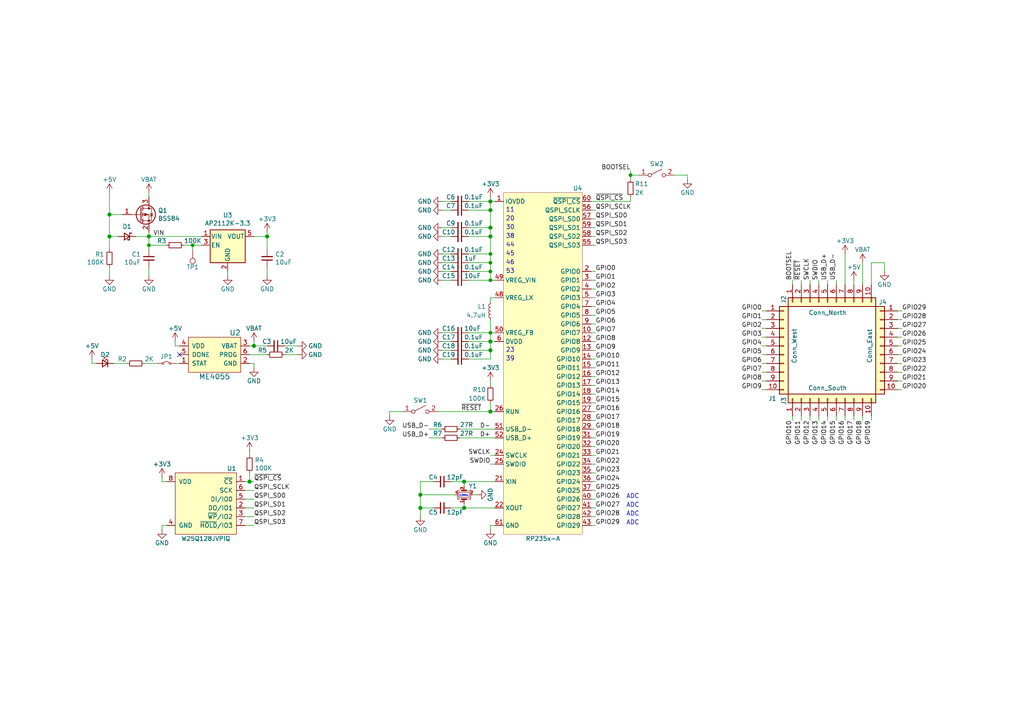
<source format=kicad_sch>
(kicad_sch (version 20231120) (generator "eeschema") (generator_version "8.0")
  (paper "A4")
  (title_block (title "RP2350 Stamp"))
  (lib_symbols
    (symbol "Battery_Management_Extra:ME4055-N" (pin_names (offset 1.016))
      (property "Reference" "U" (at 6.35 6.35 0))
      (property "Value" "ME4055-N" (at 0 -6.35 0))
      (symbol "ME4055-N_1_1"
        (pin output line (at -10.16 -2.54 0) (length 2.54) (name "STAT") (number "1"))
        (pin power_in line (at 10.16 -2.54 180) (length 2.54) (name "GND") (number "2"))
        (pin power_out line (at 10.16 2.54 180) (length 2.54) (name "VBAT") (number "3"))
        (pin power_in line (at -10.16 2.54 0) (length 2.54) (name "VDD") (number "4"))
        (pin output line (at -10.16 0 0) (length 2.54) (name "DONE") (number "5"))
        (pin input line (at 10.16 0 180) (length 2.54) (name "PROG") (number "6"))
      )
    )
    (symbol "Connector:TestPoint" (pin_numbers hide) (pin_names (offset 0.762) hide)
      (property "Reference" "TP" (at 0 6.858 0))
      (property "Value" "TestPoint" (at 0 5.08 0))
      (symbol "TestPoint_1_1"
        (pin passive line (at 0 0 90) (length 2.54) (name "1") (number "1"))
      )
    )
    (symbol "Connector_Generic:Conn_01x10" (pin_names (offset 1.016) hide)
      (property "Reference" "J" (at 0 12.7 0))
      (property "Value" "Conn_01x10" (at 0 -15.24 0))
      (symbol "Conn_01x10_1_1"
        (pin passive line (at -5.08 10.16 0) (length 3.81) (name "Pin_1") (number "1"))
        (pin passive line (at -5.08 -12.7 0) (length 3.81) (name "Pin_10") (number "10"))
        (pin passive line (at -5.08 7.62 0) (length 3.81) (name "Pin_2") (number "2"))
        (pin passive line (at -5.08 5.08 0) (length 3.81) (name "Pin_3") (number "3"))
        (pin passive line (at -5.08 2.54 0) (length 3.81) (name "Pin_4") (number "4"))
        (pin passive line (at -5.08 0 0) (length 3.81) (name "Pin_5") (number "5"))
        (pin passive line (at -5.08 -2.54 0) (length 3.81) (name "Pin_6") (number "6"))
        (pin passive line (at -5.08 -5.08 0) (length 3.81) (name "Pin_7") (number "7"))
        (pin passive line (at -5.08 -7.62 0) (length 3.81) (name "Pin_8") (number "8"))
        (pin passive line (at -5.08 -10.16 0) (length 3.81) (name "Pin_9") (number "9"))
      )
    )
    (symbol "Device:C_Small" (pin_numbers hide) (pin_names (offset 0.254) hide)
      (property "Reference" "C" (at 0.254 1.778 0))
      (property "Value" "C_Small" (at 0.254 -2.032 0))
      (symbol "C_Small_1_1"
        (pin passive line (at 0 2.54 270) (length 2.032) (name "~") (number "1"))
        (pin passive line (at 0 -2.54 90) (length 2.032) (name "~") (number "2"))
      )
    )
    (symbol "Device:Crystal_GND24_Small" (pin_names (offset 1.016) hide)
      (property "Reference" "Y" (at 1.27 4.445 0))
      (property "Value" "Crystal_GND24_Small" (at 1.27 2.54 0))
      (symbol "Crystal_GND24_Small_1_1"
        (pin passive line (at -2.54 0 0) (length 1.27) (name "1") (number "1"))
        (pin passive line (at 0 -2.54 90) (length 0.635) (name "2") (number "2"))
        (pin passive line (at 2.54 0 180) (length 1.27) (name "3") (number "3"))
        (pin passive line (at 0 2.54 270) (length 0.635) (name "4") (number "4"))
      )
    )
    (symbol "Device:D_Schottky_Small" (pin_numbers hide) (pin_names (offset 0.254) hide)
      (property "Reference" "D" (at -1.27 2.032 0))
      (property "Value" "D_Schottky_Small" (at -7.112 -2.032 0))
      (symbol "D_Schottky_Small_1_1"
        (pin passive line (at -2.54 0 0) (length 1.778) (name "K") (number "1"))
        (pin passive line (at 2.54 0 180) (length 1.778) (name "A") (number "2"))
      )
    )
    (symbol "Device:LED_Small" (pin_numbers hide) (pin_names (offset 0.254) hide)
      (property "Reference" "D" (at -1.27 3.175 0))
      (property "Value" "LED_Small" (at -4.445 -2.54 0))
      (symbol "LED_Small_1_1"
        (pin passive line (at -2.54 0 0) (length 1.778) (name "K") (number "1"))
        (pin passive line (at 2.54 0 180) (length 1.778) (name "A") (number "2"))
      )
    )
    (symbol "Device:L_Small" (pin_numbers hide) (pin_names (offset 0.254) hide)
      (property "Reference" "L" (at 0.762 1.016 0))
      (property "Value" "L_Small" (at 0.762 -1.016 0))
      (symbol "L_Small_1_1"
        (pin passive line (at 0 2.54 270) (length 0.508) (name "~") (number "1"))
        (pin passive line (at 0 -2.54 90) (length 0.508) (name "~") (number "2"))
      )
    )
    (symbol "Device:R_Small" (pin_numbers hide) (pin_names (offset 0.254) hide)
      (property "Reference" "R" (at 0.762 0.508 0))
      (property "Value" "R_Small" (at 0.762 -1.016 0))
      (symbol "R_Small_1_1"
        (pin passive line (at 0 2.54 270) (length 0.762) (name "~") (number "1"))
        (pin passive line (at 0 -2.54 90) (length 0.762) (name "~") (number "2"))
      )
    )
    (symbol "Jumper:Jumper_2_Small_Bridged" (pin_numbers hide) (pin_names (offset 0) hide) (exclude_from_sim yes)
      (property "Reference" "JP" (at 0 2.032 0))
      (property "Value" "Jumper_2_Small_Bridged" (at 0 -2.286 0))
      (symbol "Jumper_2_Small_Bridged_1_1"
        (pin passive line (at -2.54 0 0) (length 1.27) (name "A") (number "1"))
        (pin passive line (at 2.54 0 180) (length 1.27) (name "B") (number "2"))
      )
    )
    (symbol "MCU_RaspberryPi:RP235x-A"
      (property "Reference" "U" (at 11.43 39.37 0))
      (property "Value" "RP235x-A" (at 0 -62.23 0))
      (symbol "RP235x-A_0_0"
        (pin power_in line (at -13.97 35.56 0) (length 2.54) (name "IOVDD") (number "1"))
        (pin bidirectional line (at 13.97 -2.54 180) (length 2.54) (name "GPIO7") (number "10"))
        (pin passive line (at -13.97 35.56 0) (length 2.54) hide (name "IOVDD") (number "11"))
        (pin bidirectional line (at 13.97 -5.08 180) (length 2.54) (name "GPIO8") (number "12"))
        (pin bidirectional line (at 13.97 -7.62 180) (length 2.54) (name "GPIO9") (number "13"))
        (pin bidirectional line (at 13.97 -10.16 180) (length 2.54) (name "GPIO10") (number "14"))
        (pin bidirectional line (at 13.97 -12.7 180) (length 2.54) (name "GPIO11") (number "15"))
        (pin bidirectional line (at 13.97 -15.24 180) (length 2.54) (name "GPIO12") (number "16"))
        (pin bidirectional line (at 13.97 -17.78 180) (length 2.54) (name "GPIO13") (number "17"))
        (pin bidirectional line (at 13.97 -20.32 180) (length 2.54) (name "GPIO14") (number "18"))
        (pin bidirectional line (at 13.97 -22.86 180) (length 2.54) (name "GPIO15") (number "19"))
        (pin bidirectional line (at 13.97 15.24 180) (length 2.54) (name "GPIO0") (number "2"))
        (pin passive line (at -13.97 35.56 0) (length 2.54) hide (name "IOVDD") (number "20"))
        (pin input line (at -13.97 -45.72 0) (length 2.54) (name "XIN") (number "21"))
        (pin output line (at -13.97 -53.34 0) (length 2.54) (name "XOUT") (number "22"))
        (pin passive line (at -13.97 -5.08 0) (length 2.54) hide (name "DVDD") (number "23"))
        (pin input line (at -13.97 -38.1 0) (length 2.54) (name "SWCLK") (number "24"))
        (pin bidirectional line (at -13.97 -40.64 0) (length 2.54) (name "SWDIO") (number "25"))
        (pin input line (at -13.97 -25.4 0) (length 2.54) (name "RUN") (number "26"))
        (pin bidirectional line (at 13.97 -25.4 180) (length 2.54) (name "GPIO16") (number "27"))
        (pin bidirectional line (at 13.97 -27.94 180) (length 2.54) (name "GPIO17") (number "28"))
        (pin bidirectional line (at 13.97 -30.48 180) (length 2.54) (name "GPIO18") (number "29"))
        (pin bidirectional line (at 13.97 12.7 180) (length 2.54) (name "GPIO1") (number "3"))
        (pin passive line (at -13.97 35.56 0) (length 2.54) hide (name "IOVDD") (number "30"))
        (pin bidirectional line (at 13.97 -33.02 180) (length 2.54) (name "GPIO19") (number "31"))
        (pin bidirectional line (at 13.97 -35.56 180) (length 2.54) (name "GPIO20") (number "32"))
        (pin bidirectional line (at 13.97 -38.1 180) (length 2.54) (name "GPIO21") (number "33"))
        (pin bidirectional line (at 13.97 -40.64 180) (length 2.54) (name "GPIO22") (number "34"))
        (pin bidirectional line (at 13.97 -43.18 180) (length 2.54) (name "GPIO23") (number "35"))
        (pin bidirectional line (at 13.97 -45.72 180) (length 2.54) (name "GPIO24") (number "36"))
        (pin bidirectional line (at 13.97 -48.26 180) (length 2.54) (name "GPIO25") (number "37"))
        (pin passive line (at -13.97 35.56 0) (length 2.54) hide (name "IOVDD") (number "38"))
        (pin passive line (at -13.97 -5.08 0) (length 2.54) hide (name "DVDD") (number "39"))
        (pin bidirectional line (at 13.97 10.16 180) (length 2.54) (name "GPIO2") (number "4"))
        (pin bidirectional line (at 13.97 -50.8 180) (length 2.54) (name "GPIO26") (number "40"))
        (pin bidirectional line (at 13.97 -53.34 180) (length 2.54) (name "GPIO27") (number "41"))
        (pin bidirectional line (at 13.97 -55.88 180) (length 2.54) (name "GPIO28") (number "42"))
        (pin bidirectional line (at 13.97 -58.42 180) (length 2.54) (name "GPIO29") (number "43"))
        (pin passive line (at -13.97 35.56 0) (length 2.54) hide (name "IOVDD") (number "44"))
        (pin passive line (at -13.97 35.56 0) (length 2.54) hide (name "IOVDD") (number "45"))
        (pin passive line (at -13.97 35.56 0) (length 2.54) hide (name "IOVDD") (number "46"))
        (pin power_out line (at -13.97 7.62 0) (length 2.54) (name "VREG_LX") (number "48"))
        (pin power_in line (at -13.97 12.7 0) (length 2.54) (name "VREG_VIN") (number "49"))
        (pin bidirectional line (at 13.97 7.62 180) (length 2.54) (name "GPIO3") (number "5"))
        (pin power_in line (at -13.97 -2.54 0) (length 2.54) (name "VREG_FB") (number "50"))
        (pin bidirectional line (at -13.97 -30.48 0) (length 2.54) (name "USB_D-") (number "51"))
        (pin bidirectional line (at -13.97 -33.02 0) (length 2.54) (name "USB_D+") (number "52"))
        (pin passive line (at -13.97 35.56 0) (length 2.54) hide (name "IOVDD") (number "53"))
        (pin bidirectional line (at 13.97 22.86 180) (length 2.54) (name "QSPI_SD3") (number "55"))
        (pin output line (at 13.97 33.02 180) (length 2.54) (name "QSPI_SCLK") (number "56"))
        (pin bidirectional line (at 13.97 30.48 180) (length 2.54) (name "QSPI_SD0") (number "57"))
        (pin bidirectional line (at 13.97 25.4 180) (length 2.54) (name "QSPI_SD2") (number "58"))
        (pin bidirectional line (at 13.97 27.94 180) (length 2.54) (name "QSPI_SD1") (number "59"))
        (pin power_in line (at -13.97 -5.08 0) (length 2.54) (name "DVDD") (number "6"))
        (pin input line (at 13.97 35.56 180) (length 2.54) (name "~{QSPI_CS}") (number "60"))
        (pin power_in line (at -13.97 -58.42 0) (length 2.54) (name "GND") (number "61"))
        (pin bidirectional line (at 13.97 5.08 180) (length 2.54) (name "GPIO4") (number "7"))
        (pin bidirectional line (at 13.97 2.54 180) (length 2.54) (name "GPIO5") (number "8"))
        (pin bidirectional line (at 13.97 0 180) (length 2.54) (name "GPIO6") (number "9"))
      )
      (symbol "RP235x-A_1_0"
        (pin passive line (at -13.97 -58.42 0) (length 2.54) hide (name "GND") (number "47"))
        (pin passive line (at -13.97 35.56 0) (length 2.54) hide (name "IOVDD") (number "54"))
      )
    )
    (symbol "Memory_Flash_Extra:W25Q64JV" (pin_names (offset 1.016))
      (property "Reference" "U" (at 8.89 10.16 0))
      (property "Value" "W25Q64JV" (at 0 -10.16 0))
      (symbol "W25Q64JV_1_1"
        (pin input line (at 11.43 6.35 180) (length 2.54) (name "~{CS}") (number "1"))
        (pin bidirectional line (at 11.43 -1.27 180) (length 2.54) (name "DO/IO1") (number "2"))
        (pin bidirectional line (at 11.43 -3.81 180) (length 2.54) (name "~{WP}/IO2") (number "3"))
        (pin power_in line (at -11.43 -6.35 0) (length 2.54) (name "GND") (number "4"))
        (pin bidirectional line (at 11.43 1.27 180) (length 2.54) (name "DI/IO0") (number "5"))
        (pin input line (at 11.43 3.81 180) (length 2.54) (name "SCK") (number "6"))
        (pin bidirectional line (at 11.43 -6.35 180) (length 2.54) (name "~{HOLD}/IO3") (number "7"))
        (pin power_in line (at -11.43 6.35 0) (length 2.54) (name "VDD") (number "8"))
        (pin passive line (at -11.43 -6.35 0) (length 2.54) hide (name "GND") (number "9"))
      )
    )
    (symbol "Regulator_Linear:AP2112K-3.3" (pin_names (offset 0.254))
      (property "Reference" "U" (at -5.08 5.715 0))
      (property "Value" "AP2112K-3.3" (at 0 5.715 0))
      (symbol "AP2112K-3.3_1_1"
        (pin power_in line (at -7.62 2.54 0) (length 2.54) (name "VIN") (number "1"))
        (pin power_in line (at 0 -7.62 90) (length 2.54) (name "GND") (number "2"))
        (pin input line (at -7.62 0 0) (length 2.54) (name "EN") (number "3"))
        (pin no_connect line (at 5.08 0 180) (length 2.54) hide (name "NC") (number "4"))
        (pin power_out line (at 7.62 2.54 180) (length 2.54) (name "VOUT") (number "5"))
      )
    )
    (symbol "Switch:SW_SPST" (pin_names (offset 0) hide)
      (property "Reference" "SW" (at 0 3.175 0))
      (property "Value" "SW_SPST" (at 0 -2.54 0))
      (symbol "SW_SPST_1_1"
        (pin passive line (at -5.08 0 0) (length 2.54) (name "A") (number "1"))
        (pin passive line (at 5.08 0 180) (length 2.54) (name "B") (number "2"))
      )
    )
    (symbol "Transistor_FET:BSS84" (pin_names hide)
      (property "Reference" "Q" (at 5.08 1.905 0))
      (property "Value" "BSS84" (at 5.08 0 0))
      (symbol "BSS84_1_1"
        (pin input line (at -5.08 0 0) (length 2.54) (name "G") (number "1"))
        (pin passive line (at 2.54 -5.08 90) (length 2.54) (name "S") (number "2"))
        (pin passive line (at 2.54 5.08 270) (length 2.54) (name "D") (number "3"))
      )
    )
    (symbol "power:+3.3V" (power) (pin_names (offset 0))
      (property "Value" "+3.3V" (at 0 3.556 0))
      (symbol "+3.3V_1_1"
        (pin power_in line (at 0 0 90) (length 0) hide (name "+3V3") (number "1"))
      )
    )
    (symbol "power:+3V3" (power) (pin_names (offset 0))
      (property "Value" "+3V3" (at 0 3.556 0))
      (symbol "+3V3_1_1"
        (pin power_in line (at 0 0 90) (length 0) hide (name "+3V3") (number "1"))
      )
    )
    (symbol "power:+5V" (power) (pin_names (offset 0))
      (property "Value" "+5V" (at 0 3.556 0))
      (symbol "+5V_1_1"
        (pin power_in line (at 0 0 90) (length 0) hide (name "+5V") (number "1"))
      )
    )
    (symbol "power:GND" (power) (pin_names (offset 0))
      (property "Value" "GND" (at 0 -3.81 0))
      (symbol "GND_1_1"
        (pin power_in line (at 0 0 270) (length 0) hide (name "GND") (number "1"))
      )
    )
    (symbol "power_extra:VBAT" (power) (pin_names (offset 0))
      (property "Value" "VBAT" (at 0 3.556 0))
      (symbol "VBAT_1_1"
        (pin power_in line (at 0 0 90) (length 0) hide (name "VBAT") (number "1"))
      )
    )
  )
  (junction (at 142.24 78.74))
  (junction (at 73.66 100.33) (diameter 1.016))
  (junction (at 121.92 147.32) (diameter 1.016))
  (junction (at 142.24 99.06) (diameter 1.016))
  (junction (at 142.24 60.96) (diameter 1.016))
  (junction (at 142.24 119.38) (diameter 1.016))
  (junction (at 77.47 68.58) (diameter 1.016))
  (junction (at 43.18 71.12))
  (junction (at 134.62 147.32) (diameter 1.016))
  (junction (at 142.24 68.58) (diameter 1.016))
  (junction (at 31.75 62.23) (diameter 1.016))
  (junction (at 121.92 143.51) (diameter 1.016))
  (junction (at 55.88 71.12))
  (junction (at 134.62 139.7) (diameter 1.016))
  (junction (at 142.24 66.04) (diameter 1.016))
  (junction (at 43.18 68.58) (diameter 1.016))
  (junction (at 142.24 76.2))
  (junction (at 142.24 101.6) (diameter 1.016))
  (junction (at 142.24 81.28))
  (junction (at 142.24 58.42) (diameter 1.016))
  (junction (at 182.88 50.8))
  (junction (at 72.39 139.7) (diameter 1.016))
  (junction (at 142.24 73.66))
  (junction (at 31.75 68.58) (diameter 1.016))
  (junction (at 142.24 96.52))
  (no_connect (at 52.07 102.87))
  (wire (pts (xy 171.45 129.54) (xy 172.72 129.54)))
  (wire (pts (xy 128.27 68.58) (xy 130.81 68.58)))
  (wire (pts (xy 66.04 78.74) (xy 66.04 80.01)))
  (wire (pts (xy 48.26 152.4) (xy 46.99 152.4)))
  (wire (pts (xy 171.45 58.42) (xy 182.88 58.42)))
  (wire (pts (xy 26.67 105.41) (xy 27.94 105.41)))
  (wire (pts (xy 171.45 68.58) (xy 172.72 68.58)))
  (wire (pts (xy 128.27 104.14) (xy 130.81 104.14)))
  (wire (pts (xy 134.62 147.32) (xy 143.51 147.32)))
  (wire (pts (xy 121.92 139.7) (xy 125.73 139.7)))
  (wire (pts (xy 124.46 124.46) (xy 128.27 124.46)))
  (wire (pts (xy 142.24 81.28) (xy 142.24 78.74)))
  (wire (pts (xy 252.73 76.2) (xy 256.54 76.2)))
  (wire (pts (xy 260.35 102.87) (xy 261.62 102.87)))
  (wire (pts (xy 260.35 95.25) (xy 261.62 95.25)))
  (wire (pts (xy 135.89 68.58) (xy 142.24 68.58)))
  (wire (pts (xy 240.03 82.55) (xy 240.03 81.28)))
  (wire (pts (xy 43.18 72.39) (xy 43.18 71.12)))
  (wire (pts (xy 142.24 68.58) (xy 142.24 73.66)))
  (wire (pts (xy 171.45 116.84) (xy 172.72 116.84)))
  (wire (pts (xy 72.39 139.7) (xy 72.39 137.16)))
  (wire (pts (xy 222.25 102.87) (xy 220.98 102.87)))
  (wire (pts (xy 142.24 60.96) (xy 142.24 66.04)))
  (wire (pts (xy 234.95 120.65) (xy 234.95 121.92)))
  (wire (pts (xy 135.89 66.04) (xy 142.24 66.04)))
  (wire (pts (xy 171.45 121.92) (xy 172.72 121.92)))
  (wire (pts (xy 73.66 100.33) (xy 73.66 99.06)))
  (wire (pts (xy 252.73 120.65) (xy 252.73 121.92)))
  (wire (pts (xy 222.25 105.41) (xy 220.98 105.41)))
  (wire (pts (xy 143.51 152.4) (xy 142.24 152.4)))
  (wire (pts (xy 245.11 73.66) (xy 245.11 82.55)))
  (wire (pts (xy 73.66 139.7) (xy 72.39 139.7)))
  (wire (pts (xy 252.73 82.55) (xy 252.73 76.2)))
  (wire (pts (xy 53.34 71.12) (xy 55.88 71.12)))
  (wire (pts (xy 142.24 101.6) (xy 142.24 99.06)))
  (wire (pts (xy 43.18 68.58) (xy 58.42 68.58)))
  (wire (pts (xy 128.27 58.42) (xy 130.81 58.42)))
  (wire (pts (xy 171.45 86.36) (xy 172.72 86.36)))
  (wire (pts (xy 128.27 81.28) (xy 130.81 81.28)))
  (wire (pts (xy 128.27 101.6) (xy 130.81 101.6)))
  (wire (pts (xy 171.45 93.98) (xy 172.72 93.98)))
  (wire (pts (xy 71.12 139.7) (xy 72.39 139.7)))
  (wire (pts (xy 26.67 105.41) (xy 26.67 104.14)))
  (wire (pts (xy 77.47 68.58) (xy 77.47 72.39)))
  (wire (pts (xy 171.45 96.52) (xy 172.72 96.52)))
  (wire (pts (xy 171.45 66.04) (xy 172.72 66.04)))
  (wire (pts (xy 142.24 119.38) (xy 142.24 116.84)))
  (wire (pts (xy 242.57 120.65) (xy 242.57 121.92)))
  (wire (pts (xy 133.35 127) (xy 143.51 127)))
  (wire (pts (xy 237.49 120.65) (xy 237.49 121.92)))
  (wire (pts (xy 31.75 62.23) (xy 35.56 62.23)))
  (wire (pts (xy 71.12 144.78) (xy 73.66 144.78)))
  (wire (pts (xy 240.03 120.65) (xy 240.03 121.92)))
  (wire (pts (xy 52.07 105.41) (xy 50.8 105.41)))
  (wire (pts (xy 135.89 96.52) (xy 142.24 96.52)))
  (wire (pts (xy 250.19 76.2) (xy 250.19 82.55)))
  (wire (pts (xy 142.24 58.42) (xy 143.51 58.42)))
  (wire (pts (xy 142.24 73.66) (xy 142.24 76.2)))
  (wire (pts (xy 199.39 50.8) (xy 195.58 50.8)))
  (wire (pts (xy 171.45 119.38) (xy 172.72 119.38)))
  (wire (pts (xy 171.45 144.78) (xy 172.72 144.78)))
  (wire (pts (xy 142.24 110.49) (xy 142.24 111.76)))
  (wire (pts (xy 171.45 60.96) (xy 172.72 60.96)))
  (wire (pts (xy 171.45 152.4) (xy 172.72 152.4)))
  (wire (pts (xy 142.24 57.15) (xy 142.24 58.42)))
  (wire (pts (xy 135.89 78.74) (xy 142.24 78.74)))
  (wire (pts (xy 121.92 147.32) (xy 125.73 147.32)))
  (wire (pts (xy 135.89 76.2) (xy 142.24 76.2)))
  (wire (pts (xy 135.89 101.6) (xy 142.24 101.6)))
  (wire (pts (xy 232.41 120.65) (xy 232.41 121.92)))
  (wire (pts (xy 171.45 139.7) (xy 172.72 139.7)))
  (wire (pts (xy 133.35 124.46) (xy 143.51 124.46)))
  (wire (pts (xy 142.24 66.04) (xy 142.24 68.58)))
  (wire (pts (xy 171.45 63.5) (xy 172.72 63.5)))
  (wire (pts (xy 222.25 110.49) (xy 220.98 110.49)))
  (wire (pts (xy 142.24 96.52) (xy 143.51 96.52)))
  (wire (pts (xy 232.41 82.55) (xy 232.41 81.28)))
  (wire (pts (xy 171.45 124.46) (xy 172.72 124.46)))
  (wire (pts (xy 171.45 109.22) (xy 172.72 109.22)))
  (wire (pts (xy 55.88 71.12) (xy 58.42 71.12)))
  (wire (pts (xy 222.25 113.03) (xy 220.98 113.03)))
  (wire (pts (xy 73.66 100.33) (xy 77.47 100.33)))
  (wire (pts (xy 77.47 77.47) (xy 77.47 80.01)))
  (wire (pts (xy 250.19 120.65) (xy 250.19 121.92)))
  (wire (pts (xy 31.75 62.23) (xy 31.75 68.58)))
  (wire (pts (xy 50.8 100.33) (xy 52.07 100.33)))
  (wire (pts (xy 121.92 147.32) (xy 121.92 149.86)))
  (wire (pts (xy 171.45 127) (xy 172.72 127)))
  (wire (pts (xy 142.24 134.62) (xy 143.51 134.62)))
  (wire (pts (xy 260.35 107.95) (xy 261.62 107.95)))
  (wire (pts (xy 71.12 142.24) (xy 73.66 142.24)))
  (wire (pts (xy 171.45 91.44) (xy 172.72 91.44)))
  (wire (pts (xy 171.45 147.32) (xy 172.72 147.32)))
  (wire (pts (xy 43.18 68.58) (xy 43.18 67.31)))
  (wire (pts (xy 113.03 120.65) (xy 113.03 119.38)))
  (wire (pts (xy 142.24 96.52) (xy 142.24 99.06)))
  (wire (pts (xy 142.24 58.42) (xy 142.24 60.96)))
  (wire (pts (xy 171.45 71.12) (xy 172.72 71.12)))
  (wire (pts (xy 135.89 81.28) (xy 142.24 81.28)))
  (wire (pts (xy 135.89 60.96) (xy 142.24 60.96)))
  (wire (pts (xy 260.35 105.41) (xy 261.62 105.41)))
  (wire (pts (xy 72.39 105.41) (xy 73.66 105.41)))
  (wire (pts (xy 128.27 76.2) (xy 130.81 76.2)))
  (wire (pts (xy 43.18 57.15) (xy 43.18 55.88)))
  (wire (pts (xy 46.99 152.4) (xy 46.99 153.67)))
  (wire (pts (xy 77.47 102.87) (xy 72.39 102.87)))
  (wire (pts (xy 171.45 149.86) (xy 172.72 149.86)))
  (wire (pts (xy 222.25 92.71) (xy 220.98 92.71)))
  (wire (pts (xy 260.35 100.33) (xy 261.62 100.33)))
  (wire (pts (xy 171.45 106.68) (xy 172.72 106.68)))
  (wire (pts (xy 124.46 127) (xy 128.27 127)))
  (wire (pts (xy 82.55 100.33) (xy 86.36 100.33)))
  (wire (pts (xy 130.81 139.7) (xy 134.62 139.7)))
  (wire (pts (xy 260.35 110.49) (xy 261.62 110.49)))
  (wire (pts (xy 222.25 97.79) (xy 220.98 97.79)))
  (wire (pts (xy 43.18 77.47) (xy 43.18 80.01)))
  (wire (pts (xy 71.12 152.4) (xy 73.66 152.4)))
  (wire (pts (xy 182.88 49.53) (xy 182.88 50.8)))
  (wire (pts (xy 128.27 99.06) (xy 130.81 99.06)))
  (wire (pts (xy 142.24 92.71) (xy 142.24 96.52)))
  (wire (pts (xy 247.65 81.28) (xy 247.65 82.55)))
  (wire (pts (xy 171.45 111.76) (xy 172.72 111.76)))
  (wire (pts (xy 229.87 82.55) (xy 229.87 81.28)))
  (wire (pts (xy 182.88 50.8) (xy 185.42 50.8)))
  (wire (pts (xy 260.35 97.79) (xy 261.62 97.79)))
  (wire (pts (xy 77.47 67.31) (xy 77.47 68.58)))
  (wire (pts (xy 171.45 88.9) (xy 172.72 88.9)))
  (wire (pts (xy 171.45 114.3) (xy 172.72 114.3)))
  (wire (pts (xy 31.75 77.47) (xy 31.75 80.01)))
  (wire (pts (xy 134.62 139.7) (xy 143.51 139.7)))
  (wire (pts (xy 128.27 73.66) (xy 130.81 73.66)))
  (wire (pts (xy 130.81 147.32) (xy 134.62 147.32)))
  (wire (pts (xy 229.87 120.65) (xy 229.87 121.92)))
  (wire (pts (xy 82.55 102.87) (xy 86.36 102.87)))
  (wire (pts (xy 46.99 139.7) (xy 46.99 138.43)))
  (wire (pts (xy 137.16 143.51) (xy 138.43 143.51)))
  (wire (pts (xy 128.27 60.96) (xy 130.81 60.96)))
  (wire (pts (xy 171.45 132.08) (xy 172.72 132.08)))
  (wire (pts (xy 31.75 68.58) (xy 34.29 68.58)))
  (wire (pts (xy 245.11 120.65) (xy 245.11 121.92)))
  (wire (pts (xy 247.65 120.65) (xy 247.65 121.92)))
  (wire (pts (xy 31.75 68.58) (xy 31.75 72.39)))
  (wire (pts (xy 142.24 76.2) (xy 142.24 78.74)))
  (wire (pts (xy 135.89 99.06) (xy 142.24 99.06)))
  (wire (pts (xy 143.51 86.36) (xy 142.24 86.36)))
  (wire (pts (xy 121.92 143.51) (xy 121.92 147.32)))
  (wire (pts (xy 135.89 104.14) (xy 142.24 104.14)))
  (wire (pts (xy 48.26 139.7) (xy 46.99 139.7)))
  (wire (pts (xy 55.88 71.12) (xy 55.88 72.39)))
  (wire (pts (xy 135.89 58.42) (xy 142.24 58.42)))
  (wire (pts (xy 171.45 99.06) (xy 172.72 99.06)))
  (wire (pts (xy 222.25 90.17) (xy 220.98 90.17)))
  (wire (pts (xy 128.27 96.52) (xy 130.81 96.52)))
  (wire (pts (xy 171.45 78.74) (xy 172.72 78.74)))
  (wire (pts (xy 127 119.38) (xy 142.24 119.38)))
  (wire (pts (xy 128.27 78.74) (xy 130.81 78.74)))
  (wire (pts (xy 260.35 113.03) (xy 261.62 113.03)))
  (wire (pts (xy 36.83 105.41) (xy 33.02 105.41)))
  (wire (pts (xy 171.45 142.24) (xy 172.72 142.24)))
  (wire (pts (xy 222.25 100.33) (xy 220.98 100.33)))
  (wire (pts (xy 142.24 81.28) (xy 143.51 81.28)))
  (wire (pts (xy 43.18 71.12) (xy 48.26 71.12)))
  (wire (pts (xy 41.91 105.41) (xy 45.72 105.41)))
  (wire (pts (xy 71.12 147.32) (xy 73.66 147.32)))
  (wire (pts (xy 142.24 152.4) (xy 142.24 153.67)))
  (wire (pts (xy 182.88 50.8) (xy 182.88 52.07)))
  (wire (pts (xy 72.39 100.33) (xy 73.66 100.33)))
  (wire (pts (xy 171.45 137.16) (xy 172.72 137.16)))
  (wire (pts (xy 43.18 68.58) (xy 43.18 71.12)))
  (wire (pts (xy 113.03 119.38) (xy 116.84 119.38)))
  (wire (pts (xy 242.57 82.55) (xy 242.57 81.28)))
  (wire (pts (xy 31.75 55.88) (xy 31.75 62.23)))
  (wire (pts (xy 256.54 76.2) (xy 256.54 78.74)))
  (wire (pts (xy 121.92 139.7) (xy 121.92 143.51)))
  (wire (pts (xy 135.89 73.66) (xy 142.24 73.66)))
  (wire (pts (xy 171.45 134.62) (xy 172.72 134.62)))
  (wire (pts (xy 142.24 86.36) (xy 142.24 87.63)))
  (wire (pts (xy 73.66 105.41) (xy 73.66 106.68)))
  (wire (pts (xy 128.27 66.04) (xy 130.81 66.04)))
  (wire (pts (xy 142.24 132.08) (xy 143.51 132.08)))
  (wire (pts (xy 142.24 99.06) (xy 143.51 99.06)))
  (wire (pts (xy 73.66 68.58) (xy 77.47 68.58)))
  (wire (pts (xy 260.35 90.17) (xy 261.62 90.17)))
  (wire (pts (xy 43.18 68.58) (xy 39.37 68.58)))
  (wire (pts (xy 260.35 92.71) (xy 261.62 92.71)))
  (wire (pts (xy 222.25 107.95) (xy 220.98 107.95)))
  (wire (pts (xy 171.45 104.14) (xy 172.72 104.14)))
  (wire (pts (xy 50.8 99.06) (xy 50.8 100.33)))
  (wire (pts (xy 199.39 52.07) (xy 199.39 50.8)))
  (wire (pts (xy 134.62 139.7) (xy 134.62 140.97)))
  (wire (pts (xy 132.08 143.51) (xy 121.92 143.51)))
  (wire (pts (xy 237.49 82.55) (xy 237.49 81.28)))
  (wire (pts (xy 171.45 83.82) (xy 172.72 83.82)))
  (wire (pts (xy 71.12 149.86) (xy 73.66 149.86)))
  (wire (pts (xy 234.95 81.28) (xy 234.95 82.55)))
  (wire (pts (xy 72.39 130.81) (xy 72.39 132.08)))
  (wire (pts (xy 222.25 95.25) (xy 220.98 95.25)))
  (wire (pts (xy 142.24 119.38) (xy 143.51 119.38)))
  (wire (pts (xy 142.24 104.14) (xy 142.24 101.6)))
  (wire (pts (xy 134.62 146.05) (xy 134.62 147.32)))
  (wire (pts (xy 182.88 58.42) (xy 182.88 57.15)))
  (wire (pts (xy 171.45 101.6) (xy 172.72 101.6)))
  (wire (pts (xy 171.45 81.28) (xy 172.72 81.28)))
  (text "53" (at 146.685 78.74 0) (effects (font (size 1.27 1.27)) (justify left)))
  (text "ADC" (at 181.61 144.78 0) (effects (font (size 1.27 1.27)) (justify left bottom)))
  (text "45" (at 146.685 73.66 0) (effects (font (size 1.27 1.27)) (justify left)))
  (text "ADC" (at 181.61 147.32 0) (effects (font (size 1.27 1.27)) (justify left bottom)))
  (text "ADC" (at 181.61 149.86 0) (effects (font (size 1.27 1.27)) (justify left bottom)))
  (text "39" (at 146.685 104.14 0) (effects (font (size 1.27 1.27)) (justify left)))
  (text "23" (at 146.685 101.6 0) (effects (font (size 1.27 1.27)) (justify left)))
  (text "30" (at 146.685 66.04 0) (effects (font (size 1.27 1.27)) (justify left)))
  (text "20" (at 146.685 63.5 0) (effects (font (size 1.27 1.27)) (justify left)))
  (text "12MHz" (at 135.89 144.145 0) (effects (font (size 0.508 0.508)) (justify right bottom)))
  (text "44" (at 146.685 71.12 0) (effects (font (size 1.27 1.27)) (justify left)))
  (text "46" (at 146.685 76.2 0) (effects (font (size 1.27 1.27)) (justify left)))
  (text "38" (at 146.685 68.58 0) (effects (font (size 1.27 1.27)) (justify left)))
  (text "11" (at 146.685 60.96 0) (effects (font (size 1.27 1.27)) (justify left)))
  (text "ADC" (at 181.61 152.4 0) (effects (font (size 1.27 1.27)) (justify left bottom)))
  (label "GPIO9" (at 220.98 113.03 180))
  (label "GPIO1" (at 220.98 92.71 180))
  (label "~{RESET}" (at 139.7 119.38 180))
  (label "GPIO27" (at 261.62 95.25 0))
  (label "QSPI_SD2" (at 73.66 149.86 0))
  (label "GPIO18" (at 250.19 121.92 270))
  (label "D+" (at 142.24 127 180))
  (label "GPIO24" (at 261.62 102.87 0))
  (label "USB_D-" (at 124.46 124.46 180))
  (label "QSPI_SD1" (at 172.72 66.04 0))
  (label "GPIO20" (at 172.72 129.54 0))
  (label "QSPI_SD3" (at 172.72 71.12 0))
  (label "GPIO29" (at 261.62 90.17 0))
  (label "GPIO15" (at 172.72 116.84 0))
  (label "GPIO21" (at 172.72 132.08 0))
  (label "USB_D-" (at 242.57 81.28 90))
  (label "GPIO2" (at 172.72 83.82 0))
  (label "USB_D+" (at 240.03 81.28 90))
  (label "~{QSPI_CS}" (at 73.66 139.7 0))
  (label "GPIO5" (at 220.98 102.87 180))
  (label "GPIO17" (at 172.72 121.92 0))
  (label "GPIO10" (at 229.87 121.92 270))
  (label "GPIO13" (at 237.49 121.92 270))
  (label "GPIO24" (at 172.72 139.7 0))
  (label "GPIO28" (at 172.72 149.86 0))
  (label "GPIO23" (at 172.72 137.16 0))
  (label "~{QSPI_CS}" (at 172.72 58.42 0))
  (label "GPIO9" (at 172.72 101.6 0))
  (label "QSPI_SCLK" (at 172.72 60.96 0))
  (label "GPIO11" (at 232.41 121.92 270))
  (label "GPIO19" (at 172.72 127 0))
  (label "SWDIO" (at 142.24 134.62 180))
  (label "GPIO11" (at 172.72 106.68 0))
  (label "GPIO12" (at 172.72 109.22 0))
  (label "GPIO22" (at 172.72 134.62 0))
  (label "GPIO5" (at 172.72 91.44 0))
  (label "GPIO22" (at 261.62 107.95 0))
  (label "SWDIO" (at 237.49 81.28 90))
  (label "GPIO7" (at 220.98 107.95 180))
  (label "GPIO6" (at 172.72 93.98 0))
  (label "GPIO26" (at 261.62 97.79 0))
  (label "QSPI_SD2" (at 172.72 68.58 0))
  (label "GPIO1" (at 172.72 81.28 0))
  (label "GPIO0" (at 220.98 90.17 180))
  (label "BOOTSEL" (at 182.88 49.53 180))
  (label "GPIO13" (at 172.72 111.76 0))
  (label "GPIO16" (at 245.11 121.92 270))
  (label "GPIO3" (at 220.98 97.79 180))
  (label "GPIO17" (at 247.65 121.92 270))
  (label "GPIO25" (at 261.62 100.33 0))
  (label "QSPI_SD3" (at 73.66 152.4 0))
  (label "QSPI_SD1" (at 73.66 147.32 0))
  (label "QSPI_SD0" (at 73.66 144.78 0))
  (label "GPIO8" (at 172.72 99.06 0))
  (label "GPIO29" (at 172.72 152.4 0))
  (label "GPIO4" (at 220.98 100.33 180))
  (label "GPIO28" (at 261.62 92.71 0))
  (label "GPIO0" (at 172.72 78.74 0))
  (label "GPIO8" (at 220.98 110.49 180))
  (label "GPIO7" (at 172.72 96.52 0))
  (label "GPIO25" (at 172.72 142.24 0))
  (label "GPIO16" (at 172.72 119.38 0))
  (label "GPIO14" (at 172.72 114.3 0))
  (label "USB_D+" (at 124.46 127 180))
  (label "SWCLK" (at 234.95 81.28 90))
  (label "GPIO4" (at 172.72 88.9 0))
  (label "GPIO10" (at 172.72 104.14 0))
  (label "SWCLK" (at 142.24 132.08 180))
  (label "GPIO20" (at 261.62 113.03 0))
  (label "GPIO23" (at 261.62 105.41 0))
  (label "QSPI_SCLK" (at 73.66 142.24 0))
  (label "GPIO15" (at 242.57 121.92 270))
  (label "VIN" (at 44.45 68.58 0))
  (label "GPIO14" (at 240.03 121.92 270))
  (label "~{RESET}" (at 232.41 81.28 90))
  (label "GPIO12" (at 234.95 121.92 270))
  (label "GPIO21" (at 261.62 110.49 0))
  (label "GPIO26" (at 172.72 144.78 0))
  (label "GPIO2" (at 220.98 95.25 180))
  (label "GPIO18" (at 172.72 124.46 0))
  (label "GPIO3" (at 172.72 86.36 0))
  (label "QSPI_SD0" (at 172.72 63.5 0))
  (label "GPIO6" (at 220.98 105.41 180))
  (label "BOOTSEL" (at 229.87 81.28 90))
  (label "GPIO27" (at 172.72 147.32 0))
  (label "D-" (at 142.24 124.46 180))
  (label "GPIO19" (at 252.73 121.92 270))
  (symbol (lib_id "power:GND") (at 128.27 58.42 270) (unit 1)
    (property "Reference" "#PWR019" (effects (hide yes)))
    (property "Value" "GND" (at 123.19 58.42 90))
  )
  (symbol (lib_id "power:+5V") (at 50.8 99.06 0) (unit 1)
    (property "Reference" "#PWR08" (effects (hide yes)))
    (property "Value" "+5V" (at 50.8 95.25 0))
  )
  (symbol (lib_id "Device:R_Small") (at 50.8 71.12 270) (mirror x) (unit 1)
    (property "Reference" "R3" (at 48.26 69.85 90) (effects (justify right)))
    (property "Value" "100K" (at 53.34 69.85 90) (effects (justify left)))
    (property "Footprint" "Resistor_SMD:R_0603_1608Metric" (effects (hide yes)))
  )
  (symbol (lib_id "power:GND") (at 142.24 153.67 0) (unit 1)
    (property "Reference" "#PWR036" (effects (hide yes)))
    (property "Value" "GND" (at 142.24 157.48 0))
  )
  (symbol (lib_id "power:GND") (at 46.99 153.67 0) (mirror y) (unit 1)
    (property "Reference" "#PWR07" (effects (hide yes)))
    (property "Value" "GND" (at 46.99 157.48 0))
  )
  (symbol (lib_id "power_extra:VBAT") (at 250.19 76.2 0) (unit 1)
    (property "Reference" "#PWR039" (effects (hide yes)))
    (property "Value" "VBAT" (at 250.19 72.39 0))
  )
  (symbol (lib_id "power:+5V") (at 247.65 81.28 0) (unit 1)
    (property "Reference" "#PWR038" (effects (hide yes)))
    (property "Value" "+5V" (at 247.65 77.47 0))
  )
  (symbol (lib_id "Connector_Generic:Conn_01x10") (at 227.33 100.33 0) (unit 1)
    (property "Reference" "J1" (at 224.028 115.57 0))
    (property "Value" "Conn_West" (at 230.378 100.33 90))
    (property "Footprint" "RP2xxx_stamp:Castellated_1x10_P2.00mm_Vertical" (effects (hide yes)))
  )
  (symbol (lib_id "power:+3.3V") (at 245.11 73.66 0) (unit 1)
    (property "Reference" "#PWR037" (effects (hide yes)))
    (property "Value" "+3V3" (at 245.11 69.85 0))
  )
  (symbol (lib_id "Regulator_Linear:AP2112K-3.3") (at 66.04 71.12 0) (unit 1)
    (property "Reference" "U3" (at 66.04 62.4332 0))
    (property "Value" "AP2112K-3.3" (at 66.04 64.77 0))
    (property "Footprint" "Package_TO_SOT_SMD:SOT-23-5" (effects (hide yes)))
    (property "Datasheet" "https://www.diodes.com/assets/Datasheets/AP2112.pdf" (effects (hide yes)))
    (property "LCSC" "C51118" (effects (hide yes)))
    (property "Digikey" "AP2112K-3.3TRG1DICT-ND" (effects (hide yes)))
  )
  (symbol (lib_id "power:GND") (at 128.27 96.52 270) (unit 1)
    (property "Reference" "#PWR029" (effects (hide yes)))
    (property "Value" "GND" (at 123.19 96.52 90))
  )
  (symbol (lib_id "power:GND") (at 113.03 120.65 0) (mirror y) (unit 1)
    (property "Reference" "#PWR017" (effects (hide yes)))
    (property "Value" "GND" (at 113.03 124.46 0))
  )
  (symbol (lib_id "Switch:SW_SPST") (at 121.92 119.38 0) (unit 1)
    (property "Reference" "SW1" (at 121.92 116.84 0) (effects (justify bottom)))
    (property "Value" "SW_RESET" (effects (hide yes)))
    (property "Footprint" "Button_Switch_SMD:SW_SPST_B3U-1000P" (effects (hide yes)))
  )
  (symbol (lib_id "power:GND") (at 128.27 68.58 270) (unit 1)
    (property "Reference" "#PWR023" (effects (hide yes)))
    (property "Value" "GND" (at 123.19 68.58 90))
  )
  (symbol (lib_id "MCU_RaspberryPi:RP235x-A") (at 157.48 93.98 0) (unit 1)
    (property "Reference" "U4" (at 168.91 54.61 0) (effects (justify right)))
    (property "Value" "RP235x-A" (at 157.48 156.21 0))
    (property "Footprint" "Package_DFN_QFN_Extra:QFN-60_EP_7x7_Pitch0.4mm" (effects (hide yes)))
  )
  (symbol (lib_id "power:GND") (at 256.54 78.74 0) (unit 1)
    (property "Reference" "#PWR040" (effects (hide yes)))
    (property "Value" "GND" (at 256.54 82.55 0))
  )
  (symbol (lib_id "power:GND") (at 128.27 60.96 270) (unit 1)
    (property "Reference" "#PWR020" (effects (hide yes)))
    (property "Value" "GND" (at 123.19 60.96 90))
  )
  (symbol (lib_id "power:+3.3V") (at 142.24 57.15 0) (unit 1)
    (property "Reference" "#PWR034" (effects (hide yes)))
    (property "Value" "+3V3" (at 142.24 53.34 0))
  )
  (symbol (lib_id "Memory_Flash_Extra:W25Q64JV") (at 59.69 146.05 0) (unit 1)
    (property "Reference" "U1" (at 68.58 135.89 0) (effects (justify right)))
    (property "Value" "W25Q128JVPIQ" (at 59.69 156.21 0))
    (property "Footprint" "Package_SON:WSON-8-1EP_6x5mm_P1.27mm_EP3.4x4mm" (effects (hide yes)))
    (property "Datasheet" "https://datasheet.lcsc.com/lcsc/2304140030_Winbond-Elec-W25Q128JVPIQ_C190862.pdf" (effects (hide yes)))
    (property "LCSC" "C190862" (effects (hide yes)))
  )
  (symbol (lib_id "power:GND") (at 128.27 73.66 270) (unit 1)
    (property "Reference" "#PWR025" (effects (hide yes)))
    (property "Value" "GND" (at 123.19 73.66 90))
  )
  (symbol (lib_id "power:+3V3") (at 142.24 110.49 0) (mirror y) (unit 1)
    (property "Reference" "#PWR035" (effects (hide yes)))
    (property "Value" "+3V3" (at 142.24 106.68 0))
  )
  (symbol (lib_id "power:GND") (at 128.27 104.14 270) (unit 1)
    (property "Reference" "#PWR032" (effects (hide yes)))
    (property "Value" "GND" (at 123.19 104.14 90))
  )
  (symbol (lib_id "power:+5V") (at 26.67 104.14 0) (unit 1)
    (property "Reference" "#PWR03" (effects (hide yes)))
    (property "Value" "+5V" (at 26.67 100.33 0))
  )
  (symbol (lib_id "Connector_Generic:Conn_01x10") (at 255.27 100.33 0) (mirror y) (unit 1)
    (property "Reference" "J4" (at 256.032 87.63 0))
    (property "Value" "Conn_East" (at 252.222 100.33 90))
    (property "Footprint" "RP2xxx_stamp:Castellated_1x10_P2.00mm_Vertical" (effects (hide yes)))
  )
  (symbol (lib_id "Battery_Management_Extra:ME4055-N") (at 62.23 102.87 0) (unit 1)
    (property "Reference" "U2" (at 69.85 96.52 0) (effects (font (size 1.524 1.524)) (justify right)))
    (property "Value" "ME4055" (at 62.23 109.22 0) (effects (font (size 1.524 1.524))))
    (property "Footprint" "Package_TO_SOT_SMD:SOT-23-6" (effects (hide yes)))
    (property "Datasheet" "https://datasheet.lcsc.com/lcsc/2207251602_MICRONE-Nanjing-Micro-One-Elec-ME4055AM6G-N_C82121.pdf" (effects (hide yes)))
    (property "LCSC" "C82121" (effects (hide yes)))
  )
  (symbol (lib_id "Device:C_Small") (at 133.35 78.74 270) (unit 1)
    (property "Reference" "C14" (at 132.08 77.47 90) (effects (justify right)))
    (property "Value" "0.1uF" (at 134.62 77.47 90) (effects (justify left)))
    (property "Footprint" "Capacitor_SMD:C_0603_1608Metric" (effects (hide yes)))
  )
  (symbol (lib_id "power_extra:VBAT") (at 73.66 99.06 0) (unit 1)
    (property "Reference" "#PWR011" (effects (hide yes)))
    (property "Value" "VBAT" (at 73.66 95.25 0))
  )
  (symbol (lib_id "power:GND") (at 128.27 78.74 270) (unit 1)
    (property "Reference" "#PWR027" (effects (hide yes)))
    (property "Value" "GND" (at 123.19 78.74 90))
  )
  (symbol (lib_id "Device:C_Small") (at 133.35 60.96 270) (unit 1)
    (property "Reference" "C7" (at 132.08 59.69 90) (effects (justify right)))
    (property "Value" "0.1uF" (at 134.62 59.69 90) (effects (justify left)))
    (property "Footprint" "Capacitor_SMD:C_0603_1608Metric" (effects (hide yes)))
  )
  (symbol (lib_id "Device:C_Small") (at 133.35 73.66 270) (unit 1)
    (property "Reference" "C12" (at 132.08 72.39 90) (effects (justify right)))
    (property "Value" "0.1uF" (at 134.62 72.39 90) (effects (justify left)))
    (property "Footprint" "Capacitor_SMD:C_0603_1608Metric" (effects (hide yes)))
  )
  (symbol (lib_id "Device:R_Small") (at 130.81 124.46 270) (unit 1)
    (property "Reference" "R6" (at 128.27 123.19 90) (effects (justify right)))
    (property "Value" "27R" (at 133.35 123.19 90) (effects (justify left)))
    (property "Footprint" "Resistor_SMD:R_0603_1608Metric" (effects (hide yes)))
  )
  (symbol (lib_id "Device:C_Small") (at 133.35 66.04 270) (unit 1)
    (property "Reference" "C9" (at 132.08 64.77 90) (effects (justify right)))
    (property "Value" "0.1uF" (at 134.62 64.77 90) (effects (justify left)))
    (property "Footprint" "Capacitor_SMD:C_0603_1608Metric" (effects (hide yes)))
  )
  (symbol (lib_id "Device:C_Small") (at 133.35 101.6 270) (unit 1)
    (property "Reference" "C18" (at 132.08 100.33 90) (effects (justify right)))
    (property "Value" "0.1uF" (at 134.62 100.33 90) (effects (justify left)))
    (property "Footprint" "Capacitor_SMD:C_0603_1608Metric" (effects (hide yes)))
  )
  (symbol (lib_id "Device:C_Small") (at 80.01 100.33 270) (unit 1)
    (property "Reference" "C3" (at 78.74 99.06 90) (effects (justify right)))
    (property "Value" "10uF" (at 81.28 99.06 90) (effects (justify left)))
    (property "Footprint" "Capacitor_SMD:C_0603_1608Metric" (effects (hide yes)))
  )
  (symbol (lib_id "power:+3.3V") (at 46.99 138.43 0) (unit 1)
    (property "Reference" "#PWR06" (effects (hide yes)))
    (property "Value" "+3V3" (at 46.99 134.62 0))
  )
  (symbol (lib_id "Device:R_Small") (at 142.24 114.3 0) (mirror y) (unit 1)
    (property "Reference" "R10" (at 140.97 113.03 0) (effects (justify left)))
    (property "Value" "100K" (at 140.97 115.57 0) (effects (justify left)))
    (property "Footprint" "Resistor_SMD:R_0603_1608Metric" (effects (hide yes)))
  )
  (symbol (lib_id "power:GND") (at 128.27 66.04 270) (unit 1)
    (property "Reference" "#PWR022" (effects (hide yes)))
    (property "Value" "GND" (at 123.19 66.04 90))
  )
  (symbol (lib_id "Device:R_Small") (at 31.75 74.93 0) (mirror x) (unit 1)
    (property "Reference" "R1" (at 30.2768 73.7616 0) (effects (justify right)))
    (property "Value" "100K" (at 30.2768 76.073 0) (effects (justify right)))
    (property "Footprint" "Resistor_SMD:R_0603_1608Metric" (effects (hide yes)))
  )
  (symbol (lib_id "Device:C_Small") (at 133.35 104.14 270) (unit 1)
    (property "Reference" "C19" (at 132.08 102.87 90) (effects (justify right)))
    (property "Value" "0.1uF" (at 134.62 102.87 90) (effects (justify left)))
    (property "Footprint" "Capacitor_SMD:C_0603_1608Metric" (effects (hide yes)))
  )
  (symbol (lib_id "power:GND") (at 77.47 80.01 0) (mirror y) (unit 1)
    (property "Reference" "#PWR014" (effects (hide yes)))
    (property "Value" "GND" (at 77.47 83.82 0))
  )
  (symbol (lib_id "power_extra:VBAT") (at 43.18 55.88 0) (unit 1)
    (property "Reference" "#PWR04" (effects (hide yes)))
    (property "Value" "VBAT" (at 43.18 52.07 0))
  )
  (symbol (lib_id "Switch:SW_SPST") (at 190.5 50.8 0) (unit 1)
    (property "Reference" "SW2" (at 190.5 48.26 0) (effects (justify bottom)))
    (property "Value" "SW_BOOTSEL" (effects (hide yes)))
    (property "Footprint" "Button_Switch_SMD:SW_SPST_B3U-1000P" (effects (hide yes)))
  )
  (symbol (lib_id "Device:R_Small") (at 72.39 134.62 180) (unit 1)
    (property "Reference" "R4" (at 73.8632 133.4516 0) (effects (justify right)))
    (property "Value" "100K" (at 73.8632 135.763 0) (effects (justify right)))
    (property "Footprint" "Resistor_SMD:R_0603_1608Metric" (effects (hide yes)))
  )
  (symbol (lib_id "Connector_Generic:Conn_01x10") (at 240.03 115.57 90) (unit 1)
    (property "Reference" "J3" (at 227.33 116.332 0))
    (property "Value" "Conn_South" (at 240.03 112.522 90))
    (property "Footprint" "RP2xxx_stamp:Castellated_1x10_P2.00mm_Vertical" (effects (hide yes)))
  )
  (symbol (lib_id "power:GND") (at 86.36 102.87 90) (mirror x) (unit 1)
    (property "Reference" "#PWR016" (effects (hide yes)))
    (property "Value" "GND" (at 91.44 102.87 90))
  )
  (symbol (lib_id "power:GND") (at 128.27 99.06 270) (unit 1)
    (property "Reference" "#PWR030" (effects (hide yes)))
    (property "Value" "GND" (at 123.19 99.06 90))
  )
  (symbol (lib_id "Device:R_Small") (at 80.01 102.87 270) (unit 1)
    (property "Reference" "R5" (at 77.47 101.6 90) (effects (justify right)))
    (property "Value" "2K" (at 82.55 101.6 90) (effects (justify left)))
    (property "Footprint" "Resistor_SMD:R_0603_1608Metric" (effects (hide yes)))
  )
  (symbol (lib_id "Device:C_Small") (at 77.47 74.93 180) (unit 1)
    (property "Reference" "C2" (at 79.8068 73.7616 0) (effects (justify right)))
    (property "Value" "10uF" (at 79.8068 76.073 0) (effects (justify right)))
    (property "Footprint" "Capacitor_SMD:C_0603_1608Metric" (effects (hide yes)))
  )
  (symbol (lib_id "Jumper:Jumper_2_Small_Bridged") (at 48.26 105.41 0) (unit 1) (exclude_from_sim yes) (in_bom no)
    (property "Reference" "JP1" (at 48.26 104.14 0) (effects (justify bottom)))
    (property "Value" "SJ_STAT_LED" (effects (hide yes)))
    (property "Footprint" "Jumper:SolderJumper-2_P1.3mm_Bridged_RoundedPad1.0x1.5mm" (effects (hide yes)))
    (property "Description" "Jumper, 2-pole, small symbol, bridged" (effects (hide yes)))
  )
  (symbol (lib_id "power:GND") (at 43.18 80.01 0) (unit 1)
    (property "Reference" "#PWR05" (effects (hide yes)))
    (property "Value" "GND" (at 43.18 83.82 0))
  )
  (symbol (lib_id "power:GND") (at 66.04 80.01 0) (unit 1)
    (property "Reference" "#PWR09" (effects (hide yes)))
    (property "Value" "GND" (at 66.04 83.82 0))
  )
  (symbol (lib_id "Device:R_Small") (at 39.37 105.41 270) (unit 1)
    (property "Reference" "R2" (at 36.83 104.14 90) (effects (justify right)))
    (property "Value" "2K" (at 41.91 104.14 90) (effects (justify left)))
    (property "Footprint" "Resistor_SMD:R_0603_1608Metric" (effects (hide yes)))
  )
  (symbol (lib_id "power:GND") (at 73.66 106.68 0) (mirror y) (unit 1)
    (property "Reference" "#PWR012" (effects (hide yes)))
    (property "Value" "GND" (at 73.66 110.49 0))
  )
  (symbol (lib_id "Device:C_Small") (at 43.18 74.93 0) (unit 1)
    (property "Reference" "C1" (at 40.8686 73.7616 0) (effects (justify right)))
    (property "Value" "10uF" (at 40.8686 76.073 0) (effects (justify right)))
    (property "Footprint" "Capacitor_SMD:C_0603_1608Metric" (effects (hide yes)))
  )
  (symbol (lib_id "Device:C_Small") (at 133.35 76.2 270) (unit 1)
    (property "Reference" "C13" (at 132.08 74.93 90) (effects (justify right)))
    (property "Value" "1uF" (at 134.62 74.93 90) (effects (justify left)))
    (property "Footprint" "Capacitor_SMD:C_0603_1608Metric" (effects (hide yes)))
  )
  (symbol (lib_id "Connector:TestPoint") (at 55.88 72.39 180) (unit 1)
    (property "Reference" "TP1" (at 55.88 77.47 0))
    (property "Value" "TP_LDO_EN" (effects (hide yes)))
    (property "Footprint" "TestPoint:TestPoint_Pad_D1.5mm" (effects (hide yes)))
    (property "Description" "test point" (effects (hide yes)))
  )
  (symbol (lib_id "Connector_Generic:Conn_01x10") (at 240.03 87.63 90) (mirror x) (unit 1)
    (property "Reference" "J2" (at 227.33 86.868 0))
    (property "Value" "Conn_North" (at 240.03 90.678 90))
    (property "Footprint" "RP2xxx_stamp:Castellated_1x10_P2.00mm_Vertical" (effects (hide yes)))
  )
  (symbol (lib_id "power:GND") (at 128.27 101.6 270) (unit 1)
    (property "Reference" "#PWR031" (effects (hide yes)))
    (property "Value" "GND" (at 123.19 101.6 90))
  )
  (symbol (lib_id "power:GND") (at 138.43 143.51 90) (unit 1)
    (property "Reference" "#PWR033" (effects (hide yes)))
    (property "Value" "GND" (at 142.24 143.51 0))
  )
  (symbol (lib_id "Device:C_Small") (at 128.27 147.32 270) (mirror x) (unit 1)
    (property "Reference" "C5" (at 127 148.59 90) (effects (justify right)))
    (property "Value" "12pF" (at 129.54 148.59 90) (effects (justify left)))
    (property "Footprint" "Capacitor_SMD:C_0603_1608Metric" (effects (hide yes)))
  )
  (symbol (lib_id "Device:LED_Small") (at 30.48 105.41 0) (mirror y) (unit 1)
    (property "Reference" "D2" (at 30.48 102.87 0))
    (property "Value" "LED_CHR" (effects (hide yes)))
    (property "Footprint" "LED_SMD:LED_0603_1608Metric" (effects (hide yes)))
  )
  (symbol (lib_id "power:GND") (at 199.39 52.07 0) (unit 1)
    (property "Reference" "#PWR041" (effects (hide yes)))
    (property "Value" "GND" (at 199.39 55.88 0))
  )
  (symbol (lib_id "Device:C_Small") (at 133.35 96.52 270) (unit 1)
    (property "Reference" "C16" (at 132.08 95.25 90) (effects (justify right)))
    (property "Value" "10uF" (at 134.62 95.25 90) (effects (justify left)))
    (property "Footprint" "Capacitor_SMD:C_0603_1608Metric" (effects (hide yes)))
  )
  (symbol (lib_id "Device:L_Small") (at 142.24 90.17 180) (unit 1)
    (property "Reference" "L1" (at 140.97 88.8999 0) (effects (justify left)))
    (property "Value" "4.7uH" (at 140.97 91.4399 0) (effects (justify left)))
    (property "Footprint" "Inductor_SMD:L_Wuerth_MAPI-2512" (effects (hide yes)))
    (property "Datasheet" "https://datasheet.lcsc.com/lcsc/2301121209_APV-APH252010T4R7M_C5349608.pdf" (effects (hide yes)))
    (property "Description" "Inductor, small symbol" (effects (hide yes)))
    (property "LCSC" "C5349608" (effects (hide yes)))
  )
  (symbol (lib_id "Device:D_Schottky_Small") (at 36.83 68.58 0) (mirror y) (unit 1)
    (property "Reference" "D1" (at 36.83 65.7098 0))
    (property "Value" "D_Schottky_Small" (effects (hide yes)))
    (property "Footprint" "Diode_SMD:D_SOD-323" (effects (hide yes)))
    (property "LCSC" "C114023" (effects (hide yes)))
  )
  (symbol (lib_id "power:+5V") (at 31.75 55.88 0) (unit 1)
    (property "Reference" "#PWR01" (effects (hide yes)))
    (property "Value" "+5V" (at 31.75 52.07 0))
  )
  (symbol (lib_id "power:GND") (at 128.27 76.2 270) (unit 1)
    (property "Reference" "#PWR026" (effects (hide yes)))
    (property "Value" "GND" (at 123.19 76.2 90))
  )
  (symbol (lib_id "Device:C_Small") (at 133.35 68.58 270) (unit 1)
    (property "Reference" "C10" (at 132.08 67.31 90) (effects (justify right)))
    (property "Value" "0.1uF" (at 134.62 67.31 90) (effects (justify left)))
    (property "Footprint" "Capacitor_SMD:C_0603_1608Metric" (effects (hide yes)))
  )
  (symbol (lib_id "Device:C_Small") (at 133.35 81.28 270) (unit 1)
    (property "Reference" "C15" (at 132.08 80.01 90) (effects (justify right)))
    (property "Value" "10uF" (at 134.62 80.01 90) (effects (justify left)))
    (property "Footprint" "Capacitor_SMD:C_0603_1608Metric" (effects (hide yes)))
  )
  (symbol (lib_id "Device:R_Small") (at 182.88 54.61 0) (unit 1)
    (property "Reference" "R11" (at 184.15 53.34 0) (effects (justify left)))
    (property "Value" "2K" (at 184.15 55.88 0) (effects (justify left)))
    (property "Footprint" "Resistor_SMD:R_0603_1608Metric" (effects (hide yes)))
  )
  (symbol (lib_id "Device:C_Small") (at 133.35 58.42 270) (unit 1)
    (property "Reference" "C6" (at 132.08 57.15 90) (effects (justify right)))
    (property "Value" "0.1uF" (at 134.62 57.15 90) (effects (justify left)))
    (property "Footprint" "Capacitor_SMD:C_0603_1608Metric" (effects (hide yes)))
  )
  (symbol (lib_id "power:GND") (at 121.92 149.86 0) (unit 1)
    (property "Reference" "#PWR018" (effects (hide yes)))
    (property "Value" "GND" (at 121.92 153.67 0))
  )
  (symbol (lib_id "Device:C_Small") (at 128.27 139.7 270) (unit 1)
    (property "Reference" "C4" (at 127 138.43 90) (effects (justify right)))
    (property "Value" "12pF" (at 129.54 138.43 90) (effects (justify left)))
    (property "Footprint" "Capacitor_SMD:C_0603_1608Metric" (effects (hide yes)))
  )
  (symbol (lib_id "Device:R_Small") (at 130.81 127 270) (unit 1)
    (property "Reference" "R7" (at 128.27 125.73 90) (effects (justify right)))
    (property "Value" "27R" (at 133.35 125.73 90) (effects (justify left)))
    (property "Footprint" "Resistor_SMD:R_0603_1608Metric" (effects (hide yes)))
  )
  (symbol (lib_id "power:GND") (at 128.27 81.28 270) (unit 1)
    (property "Reference" "#PWR028" (effects (hide yes)))
    (property "Value" "GND" (at 123.19 81.28 90))
  )
  (symbol (lib_id "Transistor_FET:BSS84") (at 40.64 62.23 0) (unit 1)
    (property "Reference" "Q1" (at 45.8216 61.0616 0) (effects (justify left)))
    (property "Value" "BSS84" (at 45.8216 63.373 0) (effects (justify left)))
    (property "Footprint" "Package_TO_SOT_SMD:SOT-23" (effects (hide yes)))
    (property "Datasheet" "http://assets.nexperia.com/documents/data-sheet/BSS84.pdf" (effects (hide yes)))
    (property "LCSC" "C85202" (effects (hide yes)))
  )
  (symbol (lib_id "power:+3.3V") (at 77.47 67.31 0) (unit 1)
    (property "Reference" "#PWR013" (effects (hide yes)))
    (property "Value" "+3V3" (at 77.47 63.5 0))
  )
  (symbol (lib_id "power:GND") (at 31.75 80.01 0) (unit 1)
    (property "Reference" "#PWR02" (effects (hide yes)))
    (property "Value" "GND" (at 31.75 83.82 0))
  )
  (symbol (lib_id "Device:Crystal_GND24_Small") (at 134.62 143.51 90) (unit 1)
    (property "Reference" "Y1" (at 135.89 140.97 90) (effects (justify right)))
    (property "Value" "XYDBPCNANF-12MHZ" (effects (hide yes)))
    (property "Footprint" "Crystal:Crystal_SMD_2520-4Pin_2.5x2.0mm" (effects (hide yes)))
    (property "LCSC" "C521567" (effects (hide yes)))
  )
  (symbol (lib_id "Device:C_Small") (at 133.35 99.06 270) (unit 1)
    (property "Reference" "C17" (at 132.08 97.79 90) (effects (justify right)))
    (property "Value" "0.1uF" (at 134.62 97.79 90) (effects (justify left)))
    (property "Footprint" "Capacitor_SMD:C_0603_1608Metric" (effects (hide yes)))
  )
  (symbol (lib_id "power:GND") (at 86.36 100.33 90) (mirror x) (unit 1)
    (property "Reference" "#PWR015" (effects (hide yes)))
    (property "Value" "GND" (at 91.44 100.33 90))
  )
  (symbol (lib_id "power:+3.3V") (at 72.39 130.81 0) (mirror y) (unit 1)
    (property "Reference" "#PWR010" (effects (hide yes)))
    (property "Value" "+3V3" (at 72.39 127 0))
  )
)
</source>
